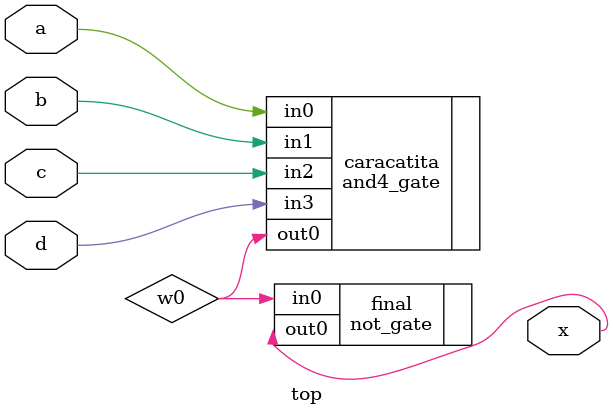
<source format=v>
module top (
				input wire a,
				input wire b,
				input wire c,
				input wire d,
				output wire x
				);
wire w0;
and4_gate caracatita(
				.in0(a),
				.in1(b),
				.in2(c),
				.in3(d),
				.out0(w0)
				);
not_gate final(
				.in0(w0),
				.out0(x)
				);
endmodule //top
</source>
